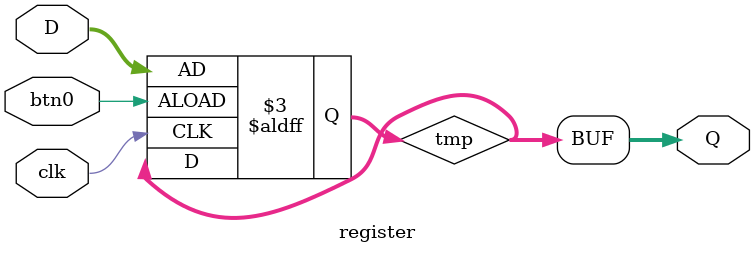
<source format=v>
`timescale 1ns / 1ps


module register(
input btn0,
input clk,
input [7:0] D,
output [7:0] Q
);
reg [7:0] tmp;

always @ (posedge (btn0), posedge (clk))
begin
    if (btn0 == 1)
         tmp <= D;    
end
assign Q = tmp;
endmodule

</source>
